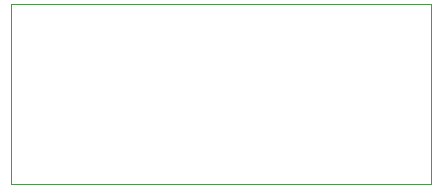
<source format=gbr>
G04 #@! TF.GenerationSoftware,KiCad,Pcbnew,(5.1.2-1)-1*
G04 #@! TF.CreationDate,2020-01-08T15:13:26-05:00*
G04 #@! TF.ProjectId,ARBO Mini,4152424f-204d-4696-9e69-2e6b69636164,rev?*
G04 #@! TF.SameCoordinates,Original*
G04 #@! TF.FileFunction,Profile,NP*
%FSLAX46Y46*%
G04 Gerber Fmt 4.6, Leading zero omitted, Abs format (unit mm)*
G04 Created by KiCad (PCBNEW (5.1.2-1)-1) date 2020-01-08 15:13:26*
%MOMM*%
%LPD*%
G04 APERTURE LIST*
%ADD10C,0.050000*%
G04 APERTURE END LIST*
D10*
X105410000Y-68580000D02*
X105410000Y-53340000D01*
X140970000Y-68580000D02*
X105410000Y-68580000D01*
X140970000Y-53340000D02*
X140970000Y-68580000D01*
X105410000Y-53340000D02*
X140970000Y-53340000D01*
M02*

</source>
